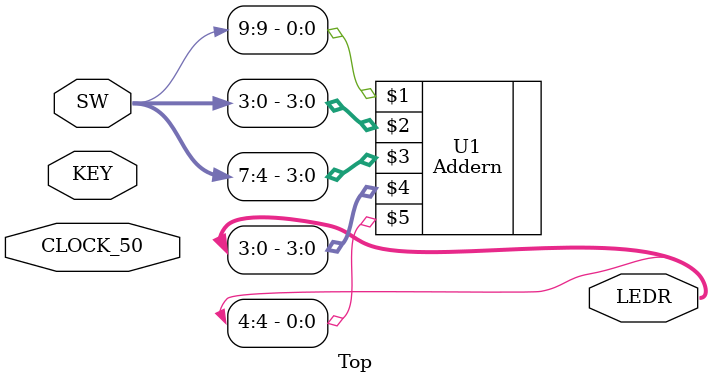
<source format=v>

`default_nettype none

module Top (CLOCK_50, KEY, SW, LEDR);
    input  wire         CLOCK_50;   // DE-series 50 MHz clock signal
    input  wire [ 3: 0] KEY;        // DE-series pushbuttons
    input  wire [ 9: 0] SW;         // DE-series switches
    output wire [ 9: 0] LEDR;       // DE-series LEDs

    Addern U1 (SW[9], SW[3:0], SW[7:4], LEDR[3:0], LEDR[4]);

endmodule


</source>
